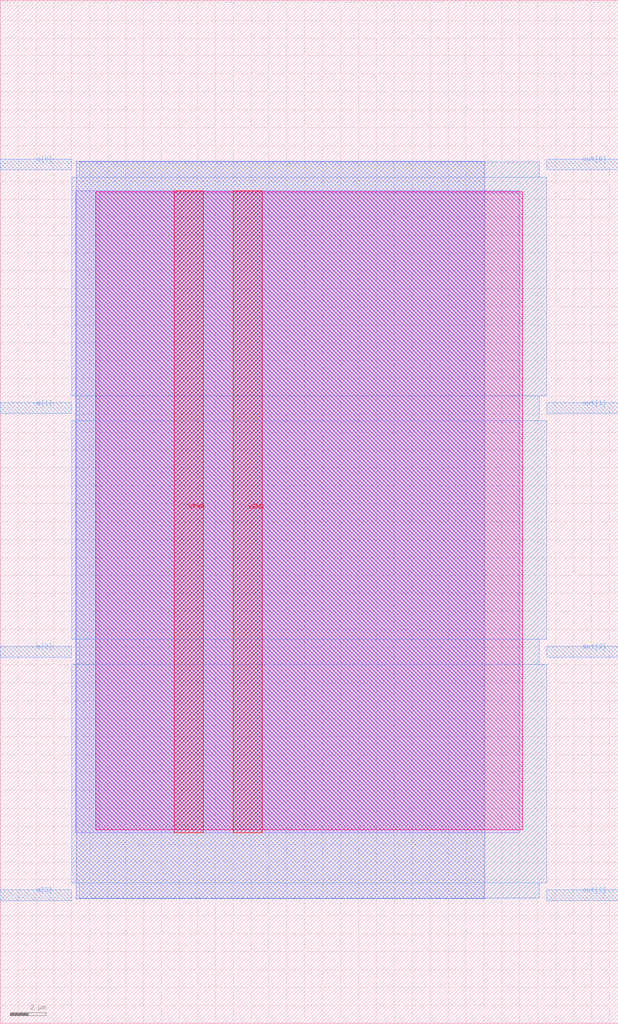
<source format=lef>
VERSION 5.7 ;
  NOWIREEXTENSIONATPIN ON ;
  DIVIDERCHAR "/" ;
  BUSBITCHARS "[]" ;
MACRO twos_complement
  CLASS BLOCK ;
  FOREIGN twos_complement ;
  ORIGIN 0.000 0.000 ;
  SIZE 34.500 BY 57.120 ;
  PIN VGND
    DIRECTION INOUT ;
    USE GROUND ;
    PORT
      LAYER met4 ;
        RECT 13.020 10.640 14.620 46.480 ;
    END
  END VGND
  PIN VPWR
    DIRECTION INOUT ;
    USE POWER ;
    PORT
      LAYER met4 ;
        RECT 9.720 10.640 11.320 46.480 ;
    END
  END VPWR
  PIN a[0]
    DIRECTION INPUT ;
    USE SIGNAL ;
    ANTENNAGATEAREA 0.196500 ;
    PORT
      LAYER met3 ;
        RECT 0.000 47.640 4.000 48.240 ;
    END
  END a[0]
  PIN a[1]
    DIRECTION INPUT ;
    USE SIGNAL ;
    ANTENNAGATEAREA 0.196500 ;
    PORT
      LAYER met3 ;
        RECT 0.000 34.040 4.000 34.640 ;
    END
  END a[1]
  PIN a[2]
    DIRECTION INPUT ;
    USE SIGNAL ;
    ANTENNAGATEAREA 0.196500 ;
    PORT
      LAYER met3 ;
        RECT 0.000 20.440 4.000 21.040 ;
    END
  END a[2]
  PIN a[3]
    DIRECTION INPUT ;
    USE SIGNAL ;
    ANTENNAGATEAREA 0.196500 ;
    PORT
      LAYER met3 ;
        RECT 0.000 6.840 4.000 7.440 ;
    END
  END a[3]
  PIN out[0]
    DIRECTION OUTPUT ;
    USE SIGNAL ;
    ANTENNADIFFAREA 0.445500 ;
    PORT
      LAYER met3 ;
        RECT 30.500 47.640 34.500 48.240 ;
    END
  END out[0]
  PIN out[1]
    DIRECTION OUTPUT ;
    USE SIGNAL ;
    ANTENNADIFFAREA 0.445500 ;
    PORT
      LAYER met3 ;
        RECT 30.500 34.040 34.500 34.640 ;
    END
  END out[1]
  PIN out[2]
    DIRECTION OUTPUT ;
    USE SIGNAL ;
    ANTENNADIFFAREA 0.445500 ;
    PORT
      LAYER met3 ;
        RECT 30.500 20.440 34.500 21.040 ;
    END
  END out[2]
  PIN out[3]
    DIRECTION OUTPUT ;
    USE SIGNAL ;
    ANTENNADIFFAREA 0.445500 ;
    PORT
      LAYER met3 ;
        RECT 30.500 6.840 34.500 7.440 ;
    END
  END out[3]
  OBS
      LAYER nwell ;
        RECT 5.330 10.795 29.170 46.430 ;
      LAYER li1 ;
        RECT 5.520 10.795 28.980 46.325 ;
      LAYER met1 ;
        RECT 4.210 10.640 28.980 46.480 ;
      LAYER met2 ;
        RECT 4.230 6.955 27.050 48.125 ;
      LAYER met3 ;
        RECT 4.400 47.240 30.100 48.105 ;
        RECT 3.990 35.040 30.500 47.240 ;
        RECT 4.400 33.640 30.100 35.040 ;
        RECT 3.990 21.440 30.500 33.640 ;
        RECT 4.400 20.040 30.100 21.440 ;
        RECT 3.990 7.840 30.500 20.040 ;
        RECT 4.400 6.975 30.100 7.840 ;
  END
END twos_complement
END LIBRARY


</source>
